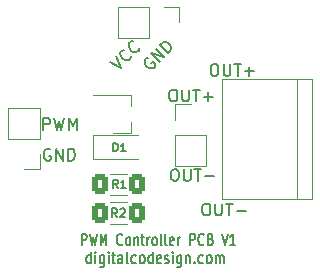
<source format=gto>
G04 #@! TF.GenerationSoftware,KiCad,Pcbnew,(6.0.5)*
G04 #@! TF.CreationDate,2022-07-15T19:10:50+01:00*
G04 #@! TF.ProjectId,PWM-TRANSISTOR-PCB,50574d2d-5452-4414-9e53-4953544f522d,rev?*
G04 #@! TF.SameCoordinates,Original*
G04 #@! TF.FileFunction,Legend,Top*
G04 #@! TF.FilePolarity,Positive*
%FSLAX46Y46*%
G04 Gerber Fmt 4.6, Leading zero omitted, Abs format (unit mm)*
G04 Created by KiCad (PCBNEW (6.0.5)) date 2022-07-15 19:10:50*
%MOMM*%
%LPD*%
G01*
G04 APERTURE LIST*
G04 Aperture macros list*
%AMRoundRect*
0 Rectangle with rounded corners*
0 $1 Rounding radius*
0 $2 $3 $4 $5 $6 $7 $8 $9 X,Y pos of 4 corners*
0 Add a 4 corners polygon primitive as box body*
4,1,4,$2,$3,$4,$5,$6,$7,$8,$9,$2,$3,0*
0 Add four circle primitives for the rounded corners*
1,1,$1+$1,$2,$3*
1,1,$1+$1,$4,$5*
1,1,$1+$1,$6,$7*
1,1,$1+$1,$8,$9*
0 Add four rect primitives between the rounded corners*
20,1,$1+$1,$2,$3,$4,$5,0*
20,1,$1+$1,$4,$5,$6,$7,0*
20,1,$1+$1,$6,$7,$8,$9,0*
20,1,$1+$1,$8,$9,$2,$3,0*%
G04 Aperture macros list end*
%ADD10C,0.200000*%
%ADD11C,0.150000*%
%ADD12C,0.187500*%
%ADD13C,0.120000*%
%ADD14R,1.900000X0.800000*%
%ADD15O,1.700000X1.700000*%
%ADD16R,1.700000X1.700000*%
%ADD17C,3.000000*%
%ADD18R,3.000000X3.000000*%
%ADD19RoundRect,0.250000X-0.400000X-0.625000X0.400000X-0.625000X0.400000X0.625000X-0.400000X0.625000X0*%
%ADD20RoundRect,0.250000X0.400000X0.625000X-0.400000X0.625000X-0.400000X-0.625000X0.400000X-0.625000X0*%
%ADD21C,5.600000*%
%ADD22R,1.100000X1.100000*%
G04 APERTURE END LIST*
D10*
X112154380Y-131008380D02*
X112154380Y-130008380D01*
X112154380Y-130960761D02*
X112078190Y-131008380D01*
X111925809Y-131008380D01*
X111849619Y-130960761D01*
X111811523Y-130913142D01*
X111773428Y-130817904D01*
X111773428Y-130532190D01*
X111811523Y-130436952D01*
X111849619Y-130389333D01*
X111925809Y-130341714D01*
X112078190Y-130341714D01*
X112154380Y-130389333D01*
X112535333Y-131008380D02*
X112535333Y-130341714D01*
X112535333Y-130008380D02*
X112497238Y-130056000D01*
X112535333Y-130103619D01*
X112573428Y-130056000D01*
X112535333Y-130008380D01*
X112535333Y-130103619D01*
X113259142Y-130341714D02*
X113259142Y-131151238D01*
X113221047Y-131246476D01*
X113182952Y-131294095D01*
X113106761Y-131341714D01*
X112992476Y-131341714D01*
X112916285Y-131294095D01*
X113259142Y-130960761D02*
X113182952Y-131008380D01*
X113030571Y-131008380D01*
X112954380Y-130960761D01*
X112916285Y-130913142D01*
X112878190Y-130817904D01*
X112878190Y-130532190D01*
X112916285Y-130436952D01*
X112954380Y-130389333D01*
X113030571Y-130341714D01*
X113182952Y-130341714D01*
X113259142Y-130389333D01*
X113640095Y-131008380D02*
X113640095Y-130341714D01*
X113640095Y-130008380D02*
X113602000Y-130056000D01*
X113640095Y-130103619D01*
X113678190Y-130056000D01*
X113640095Y-130008380D01*
X113640095Y-130103619D01*
X113906761Y-130341714D02*
X114211523Y-130341714D01*
X114021047Y-130008380D02*
X114021047Y-130865523D01*
X114059142Y-130960761D01*
X114135333Y-131008380D01*
X114211523Y-131008380D01*
X114821047Y-131008380D02*
X114821047Y-130484571D01*
X114782952Y-130389333D01*
X114706761Y-130341714D01*
X114554380Y-130341714D01*
X114478190Y-130389333D01*
X114821047Y-130960761D02*
X114744857Y-131008380D01*
X114554380Y-131008380D01*
X114478190Y-130960761D01*
X114440095Y-130865523D01*
X114440095Y-130770285D01*
X114478190Y-130675047D01*
X114554380Y-130627428D01*
X114744857Y-130627428D01*
X114821047Y-130579809D01*
X115316285Y-131008380D02*
X115240095Y-130960761D01*
X115202000Y-130865523D01*
X115202000Y-130008380D01*
X115963904Y-130960761D02*
X115887714Y-131008380D01*
X115735333Y-131008380D01*
X115659142Y-130960761D01*
X115621047Y-130913142D01*
X115582952Y-130817904D01*
X115582952Y-130532190D01*
X115621047Y-130436952D01*
X115659142Y-130389333D01*
X115735333Y-130341714D01*
X115887714Y-130341714D01*
X115963904Y-130389333D01*
X116421047Y-131008380D02*
X116344857Y-130960761D01*
X116306761Y-130913142D01*
X116268666Y-130817904D01*
X116268666Y-130532190D01*
X116306761Y-130436952D01*
X116344857Y-130389333D01*
X116421047Y-130341714D01*
X116535333Y-130341714D01*
X116611523Y-130389333D01*
X116649619Y-130436952D01*
X116687714Y-130532190D01*
X116687714Y-130817904D01*
X116649619Y-130913142D01*
X116611523Y-130960761D01*
X116535333Y-131008380D01*
X116421047Y-131008380D01*
X117373428Y-131008380D02*
X117373428Y-130008380D01*
X117373428Y-130960761D02*
X117297238Y-131008380D01*
X117144857Y-131008380D01*
X117068666Y-130960761D01*
X117030571Y-130913142D01*
X116992476Y-130817904D01*
X116992476Y-130532190D01*
X117030571Y-130436952D01*
X117068666Y-130389333D01*
X117144857Y-130341714D01*
X117297238Y-130341714D01*
X117373428Y-130389333D01*
X118059142Y-130960761D02*
X117982952Y-131008380D01*
X117830571Y-131008380D01*
X117754380Y-130960761D01*
X117716285Y-130865523D01*
X117716285Y-130484571D01*
X117754380Y-130389333D01*
X117830571Y-130341714D01*
X117982952Y-130341714D01*
X118059142Y-130389333D01*
X118097238Y-130484571D01*
X118097238Y-130579809D01*
X117716285Y-130675047D01*
X118401999Y-130960761D02*
X118478190Y-131008380D01*
X118630571Y-131008380D01*
X118706761Y-130960761D01*
X118744857Y-130865523D01*
X118744857Y-130817904D01*
X118706761Y-130722666D01*
X118630571Y-130675047D01*
X118516285Y-130675047D01*
X118440095Y-130627428D01*
X118401999Y-130532190D01*
X118401999Y-130484571D01*
X118440095Y-130389333D01*
X118516285Y-130341714D01*
X118630571Y-130341714D01*
X118706761Y-130389333D01*
X119087714Y-131008380D02*
X119087714Y-130341714D01*
X119087714Y-130008380D02*
X119049619Y-130056000D01*
X119087714Y-130103619D01*
X119125809Y-130056000D01*
X119087714Y-130008380D01*
X119087714Y-130103619D01*
X119811523Y-130341714D02*
X119811523Y-131151238D01*
X119773428Y-131246476D01*
X119735333Y-131294095D01*
X119659142Y-131341714D01*
X119544857Y-131341714D01*
X119468666Y-131294095D01*
X119811523Y-130960761D02*
X119735333Y-131008380D01*
X119582952Y-131008380D01*
X119506761Y-130960761D01*
X119468666Y-130913142D01*
X119430571Y-130817904D01*
X119430571Y-130532190D01*
X119468666Y-130436952D01*
X119506761Y-130389333D01*
X119582952Y-130341714D01*
X119735333Y-130341714D01*
X119811523Y-130389333D01*
X120192476Y-130341714D02*
X120192476Y-131008380D01*
X120192476Y-130436952D02*
X120230571Y-130389333D01*
X120306761Y-130341714D01*
X120421047Y-130341714D01*
X120497238Y-130389333D01*
X120535333Y-130484571D01*
X120535333Y-131008380D01*
X120916285Y-130913142D02*
X120954380Y-130960761D01*
X120916285Y-131008380D01*
X120878190Y-130960761D01*
X120916285Y-130913142D01*
X120916285Y-131008380D01*
X121640095Y-130960761D02*
X121563904Y-131008380D01*
X121411523Y-131008380D01*
X121335333Y-130960761D01*
X121297238Y-130913142D01*
X121259142Y-130817904D01*
X121259142Y-130532190D01*
X121297238Y-130436952D01*
X121335333Y-130389333D01*
X121411523Y-130341714D01*
X121563904Y-130341714D01*
X121640095Y-130389333D01*
X122097238Y-131008380D02*
X122021047Y-130960761D01*
X121982952Y-130913142D01*
X121944857Y-130817904D01*
X121944857Y-130532190D01*
X121982952Y-130436952D01*
X122021047Y-130389333D01*
X122097238Y-130341714D01*
X122211523Y-130341714D01*
X122287714Y-130389333D01*
X122325809Y-130436952D01*
X122363904Y-130532190D01*
X122363904Y-130817904D01*
X122325809Y-130913142D01*
X122287714Y-130960761D01*
X122211523Y-131008380D01*
X122097238Y-131008380D01*
X122706761Y-131008380D02*
X122706761Y-130341714D01*
X122706761Y-130436952D02*
X122744857Y-130389333D01*
X122821047Y-130341714D01*
X122935333Y-130341714D01*
X123011523Y-130389333D01*
X123049619Y-130484571D01*
X123049619Y-131008380D01*
X123049619Y-130484571D02*
X123087714Y-130389333D01*
X123163904Y-130341714D01*
X123278190Y-130341714D01*
X123354380Y-130389333D01*
X123392476Y-130484571D01*
X123392476Y-131008380D01*
D11*
X122523452Y-114133380D02*
X122713928Y-114133380D01*
X122809166Y-114181000D01*
X122904404Y-114276238D01*
X122952023Y-114466714D01*
X122952023Y-114800047D01*
X122904404Y-114990523D01*
X122809166Y-115085761D01*
X122713928Y-115133380D01*
X122523452Y-115133380D01*
X122428214Y-115085761D01*
X122332976Y-114990523D01*
X122285357Y-114800047D01*
X122285357Y-114466714D01*
X122332976Y-114276238D01*
X122428214Y-114181000D01*
X122523452Y-114133380D01*
X123380595Y-114133380D02*
X123380595Y-114942904D01*
X123428214Y-115038142D01*
X123475833Y-115085761D01*
X123571071Y-115133380D01*
X123761547Y-115133380D01*
X123856785Y-115085761D01*
X123904404Y-115038142D01*
X123952023Y-114942904D01*
X123952023Y-114133380D01*
X124285357Y-114133380D02*
X124856785Y-114133380D01*
X124571071Y-115133380D02*
X124571071Y-114133380D01*
X125190119Y-114752428D02*
X125952023Y-114752428D01*
X125571071Y-115133380D02*
X125571071Y-114371476D01*
X121824952Y-125944380D02*
X122015428Y-125944380D01*
X122110666Y-125992000D01*
X122205904Y-126087238D01*
X122253523Y-126277714D01*
X122253523Y-126611047D01*
X122205904Y-126801523D01*
X122110666Y-126896761D01*
X122015428Y-126944380D01*
X121824952Y-126944380D01*
X121729714Y-126896761D01*
X121634476Y-126801523D01*
X121586857Y-126611047D01*
X121586857Y-126277714D01*
X121634476Y-126087238D01*
X121729714Y-125992000D01*
X121824952Y-125944380D01*
X122682095Y-125944380D02*
X122682095Y-126753904D01*
X122729714Y-126849142D01*
X122777333Y-126896761D01*
X122872571Y-126944380D01*
X123063047Y-126944380D01*
X123158285Y-126896761D01*
X123205904Y-126849142D01*
X123253523Y-126753904D01*
X123253523Y-125944380D01*
X123586857Y-125944380D02*
X124158285Y-125944380D01*
X123872571Y-126944380D02*
X123872571Y-125944380D01*
X124491619Y-126563428D02*
X125253523Y-126563428D01*
X108132738Y-119705380D02*
X108132738Y-118705380D01*
X108513690Y-118705380D01*
X108608928Y-118753000D01*
X108656547Y-118800619D01*
X108704166Y-118895857D01*
X108704166Y-119038714D01*
X108656547Y-119133952D01*
X108608928Y-119181571D01*
X108513690Y-119229190D01*
X108132738Y-119229190D01*
X109037500Y-118705380D02*
X109275595Y-119705380D01*
X109466071Y-118991095D01*
X109656547Y-119705380D01*
X109894642Y-118705380D01*
X110275595Y-119705380D02*
X110275595Y-118705380D01*
X110608928Y-119419666D01*
X110942261Y-118705380D01*
X110942261Y-119705380D01*
X108712095Y-121356500D02*
X108616857Y-121308880D01*
X108474000Y-121308880D01*
X108331142Y-121356500D01*
X108235904Y-121451738D01*
X108188285Y-121546976D01*
X108140666Y-121737452D01*
X108140666Y-121880309D01*
X108188285Y-122070785D01*
X108235904Y-122166023D01*
X108331142Y-122261261D01*
X108474000Y-122308880D01*
X108569238Y-122308880D01*
X108712095Y-122261261D01*
X108759714Y-122213642D01*
X108759714Y-121880309D01*
X108569238Y-121880309D01*
X109188285Y-122308880D02*
X109188285Y-121308880D01*
X109759714Y-122308880D01*
X109759714Y-121308880D01*
X110235904Y-122308880D02*
X110235904Y-121308880D01*
X110474000Y-121308880D01*
X110616857Y-121356500D01*
X110712095Y-121451738D01*
X110759714Y-121546976D01*
X110807333Y-121737452D01*
X110807333Y-121880309D01*
X110759714Y-122070785D01*
X110712095Y-122166023D01*
X110616857Y-122261261D01*
X110474000Y-122308880D01*
X110235904Y-122308880D01*
X119157952Y-123023380D02*
X119348428Y-123023380D01*
X119443666Y-123071000D01*
X119538904Y-123166238D01*
X119586523Y-123356714D01*
X119586523Y-123690047D01*
X119538904Y-123880523D01*
X119443666Y-123975761D01*
X119348428Y-124023380D01*
X119157952Y-124023380D01*
X119062714Y-123975761D01*
X118967476Y-123880523D01*
X118919857Y-123690047D01*
X118919857Y-123356714D01*
X118967476Y-123166238D01*
X119062714Y-123071000D01*
X119157952Y-123023380D01*
X120015095Y-123023380D02*
X120015095Y-123832904D01*
X120062714Y-123928142D01*
X120110333Y-123975761D01*
X120205571Y-124023380D01*
X120396047Y-124023380D01*
X120491285Y-123975761D01*
X120538904Y-123928142D01*
X120586523Y-123832904D01*
X120586523Y-123023380D01*
X120919857Y-123023380D02*
X121491285Y-123023380D01*
X121205571Y-124023380D02*
X121205571Y-123023380D01*
X121824619Y-123642428D02*
X122586523Y-123642428D01*
X119030952Y-116292380D02*
X119221428Y-116292380D01*
X119316666Y-116340000D01*
X119411904Y-116435238D01*
X119459523Y-116625714D01*
X119459523Y-116959047D01*
X119411904Y-117149523D01*
X119316666Y-117244761D01*
X119221428Y-117292380D01*
X119030952Y-117292380D01*
X118935714Y-117244761D01*
X118840476Y-117149523D01*
X118792857Y-116959047D01*
X118792857Y-116625714D01*
X118840476Y-116435238D01*
X118935714Y-116340000D01*
X119030952Y-116292380D01*
X119888095Y-116292380D02*
X119888095Y-117101904D01*
X119935714Y-117197142D01*
X119983333Y-117244761D01*
X120078571Y-117292380D01*
X120269047Y-117292380D01*
X120364285Y-117244761D01*
X120411904Y-117197142D01*
X120459523Y-117101904D01*
X120459523Y-116292380D01*
X120792857Y-116292380D02*
X121364285Y-116292380D01*
X121078571Y-117292380D02*
X121078571Y-116292380D01*
X121697619Y-116911428D02*
X122459523Y-116911428D01*
X122078571Y-117292380D02*
X122078571Y-116530476D01*
X116963698Y-113596194D02*
X116862683Y-113629866D01*
X116761668Y-113730881D01*
X116694324Y-113865568D01*
X116694324Y-114000255D01*
X116727996Y-114101270D01*
X116829011Y-114269629D01*
X116930026Y-114370644D01*
X117098385Y-114471660D01*
X117199400Y-114505331D01*
X117334087Y-114505331D01*
X117468774Y-114437988D01*
X117536118Y-114370644D01*
X117603461Y-114235957D01*
X117603461Y-114168614D01*
X117367759Y-113932912D01*
X117233072Y-114067599D01*
X117973851Y-113932912D02*
X117266744Y-113225805D01*
X118377912Y-113528851D01*
X117670805Y-112821744D01*
X118714629Y-113192133D02*
X118007522Y-112485026D01*
X118175881Y-112316668D01*
X118310568Y-112249324D01*
X118445255Y-112249324D01*
X118546270Y-112282996D01*
X118714629Y-112384011D01*
X118815644Y-112485026D01*
X118916660Y-112653385D01*
X118950331Y-112754400D01*
X118950331Y-112889087D01*
X118882988Y-113023774D01*
X118714629Y-113192133D01*
X113795465Y-113966583D02*
X114738274Y-114437988D01*
X114266870Y-113495179D01*
X115546396Y-113495179D02*
X115546396Y-113562522D01*
X115479053Y-113697209D01*
X115411709Y-113764553D01*
X115277022Y-113831896D01*
X115142335Y-113831896D01*
X115041320Y-113798225D01*
X114872961Y-113697209D01*
X114771946Y-113596194D01*
X114670931Y-113427835D01*
X114637259Y-113326820D01*
X114637259Y-113192133D01*
X114704603Y-113057446D01*
X114771946Y-112990103D01*
X114906633Y-112922759D01*
X114973977Y-112922759D01*
X116253503Y-112788072D02*
X116253503Y-112855416D01*
X116186160Y-112990103D01*
X116118816Y-113057446D01*
X115984129Y-113124790D01*
X115849442Y-113124790D01*
X115748427Y-113091118D01*
X115580068Y-112990103D01*
X115479053Y-112889087D01*
X115378038Y-112720729D01*
X115344366Y-112619713D01*
X115344366Y-112485026D01*
X115411709Y-112350339D01*
X115479053Y-112282996D01*
X115613740Y-112215652D01*
X115681083Y-112215652D01*
D12*
X111356000Y-129484380D02*
X111356000Y-128484380D01*
X111641714Y-128484380D01*
X111713142Y-128532000D01*
X111748857Y-128579619D01*
X111784571Y-128674857D01*
X111784571Y-128817714D01*
X111748857Y-128912952D01*
X111713142Y-128960571D01*
X111641714Y-129008190D01*
X111356000Y-129008190D01*
X112034571Y-128484380D02*
X112213142Y-129484380D01*
X112356000Y-128770095D01*
X112498857Y-129484380D01*
X112677428Y-128484380D01*
X112963142Y-129484380D02*
X112963142Y-128484380D01*
X113213142Y-129198666D01*
X113463142Y-128484380D01*
X113463142Y-129484380D01*
X114820285Y-129389142D02*
X114784571Y-129436761D01*
X114677428Y-129484380D01*
X114606000Y-129484380D01*
X114498857Y-129436761D01*
X114427428Y-129341523D01*
X114391714Y-129246285D01*
X114356000Y-129055809D01*
X114356000Y-128912952D01*
X114391714Y-128722476D01*
X114427428Y-128627238D01*
X114498857Y-128532000D01*
X114606000Y-128484380D01*
X114677428Y-128484380D01*
X114784571Y-128532000D01*
X114820285Y-128579619D01*
X115248857Y-129484380D02*
X115177428Y-129436761D01*
X115141714Y-129389142D01*
X115106000Y-129293904D01*
X115106000Y-129008190D01*
X115141714Y-128912952D01*
X115177428Y-128865333D01*
X115248857Y-128817714D01*
X115356000Y-128817714D01*
X115427428Y-128865333D01*
X115463142Y-128912952D01*
X115498857Y-129008190D01*
X115498857Y-129293904D01*
X115463142Y-129389142D01*
X115427428Y-129436761D01*
X115356000Y-129484380D01*
X115248857Y-129484380D01*
X115820285Y-128817714D02*
X115820285Y-129484380D01*
X115820285Y-128912952D02*
X115856000Y-128865333D01*
X115927428Y-128817714D01*
X116034571Y-128817714D01*
X116106000Y-128865333D01*
X116141714Y-128960571D01*
X116141714Y-129484380D01*
X116391714Y-128817714D02*
X116677428Y-128817714D01*
X116498857Y-128484380D02*
X116498857Y-129341523D01*
X116534571Y-129436761D01*
X116606000Y-129484380D01*
X116677428Y-129484380D01*
X116927428Y-129484380D02*
X116927428Y-128817714D01*
X116927428Y-129008190D02*
X116963142Y-128912952D01*
X116998857Y-128865333D01*
X117070285Y-128817714D01*
X117141714Y-128817714D01*
X117498857Y-129484380D02*
X117427428Y-129436761D01*
X117391714Y-129389142D01*
X117356000Y-129293904D01*
X117356000Y-129008190D01*
X117391714Y-128912952D01*
X117427428Y-128865333D01*
X117498857Y-128817714D01*
X117606000Y-128817714D01*
X117677428Y-128865333D01*
X117713142Y-128912952D01*
X117748857Y-129008190D01*
X117748857Y-129293904D01*
X117713142Y-129389142D01*
X117677428Y-129436761D01*
X117606000Y-129484380D01*
X117498857Y-129484380D01*
X118177428Y-129484380D02*
X118106000Y-129436761D01*
X118070285Y-129341523D01*
X118070285Y-128484380D01*
X118570285Y-129484380D02*
X118498857Y-129436761D01*
X118463142Y-129341523D01*
X118463142Y-128484380D01*
X119141714Y-129436761D02*
X119070285Y-129484380D01*
X118927428Y-129484380D01*
X118856000Y-129436761D01*
X118820285Y-129341523D01*
X118820285Y-128960571D01*
X118856000Y-128865333D01*
X118927428Y-128817714D01*
X119070285Y-128817714D01*
X119141714Y-128865333D01*
X119177428Y-128960571D01*
X119177428Y-129055809D01*
X118820285Y-129151047D01*
X119498857Y-129484380D02*
X119498857Y-128817714D01*
X119498857Y-129008190D02*
X119534571Y-128912952D01*
X119570285Y-128865333D01*
X119641714Y-128817714D01*
X119713142Y-128817714D01*
X120534571Y-129484380D02*
X120534571Y-128484380D01*
X120820285Y-128484380D01*
X120891714Y-128532000D01*
X120927428Y-128579619D01*
X120963142Y-128674857D01*
X120963142Y-128817714D01*
X120927428Y-128912952D01*
X120891714Y-128960571D01*
X120820285Y-129008190D01*
X120534571Y-129008190D01*
X121713142Y-129389142D02*
X121677428Y-129436761D01*
X121570285Y-129484380D01*
X121498857Y-129484380D01*
X121391714Y-129436761D01*
X121320285Y-129341523D01*
X121284571Y-129246285D01*
X121248857Y-129055809D01*
X121248857Y-128912952D01*
X121284571Y-128722476D01*
X121320285Y-128627238D01*
X121391714Y-128532000D01*
X121498857Y-128484380D01*
X121570285Y-128484380D01*
X121677428Y-128532000D01*
X121713142Y-128579619D01*
X122284571Y-128960571D02*
X122391714Y-129008190D01*
X122427428Y-129055809D01*
X122463142Y-129151047D01*
X122463142Y-129293904D01*
X122427428Y-129389142D01*
X122391714Y-129436761D01*
X122320285Y-129484380D01*
X122034571Y-129484380D01*
X122034571Y-128484380D01*
X122284571Y-128484380D01*
X122356000Y-128532000D01*
X122391714Y-128579619D01*
X122427428Y-128674857D01*
X122427428Y-128770095D01*
X122391714Y-128865333D01*
X122356000Y-128912952D01*
X122284571Y-128960571D01*
X122034571Y-128960571D01*
X123248857Y-128484380D02*
X123498857Y-129484380D01*
X123748857Y-128484380D01*
X124391714Y-129484380D02*
X123963142Y-129484380D01*
X124177428Y-129484380D02*
X124177428Y-128484380D01*
X124106000Y-128627238D01*
X124034571Y-128722476D01*
X123963142Y-128770095D01*
D11*
G04 #@! TO.C,R2*
X114373833Y-127062666D02*
X114140500Y-126729333D01*
X113973833Y-127062666D02*
X113973833Y-126362666D01*
X114240500Y-126362666D01*
X114307166Y-126396000D01*
X114340500Y-126429333D01*
X114373833Y-126496000D01*
X114373833Y-126596000D01*
X114340500Y-126662666D01*
X114307166Y-126696000D01*
X114240500Y-126729333D01*
X113973833Y-126729333D01*
X114640500Y-126429333D02*
X114673833Y-126396000D01*
X114740500Y-126362666D01*
X114907166Y-126362666D01*
X114973833Y-126396000D01*
X115007166Y-126429333D01*
X115040500Y-126496000D01*
X115040500Y-126562666D01*
X115007166Y-126662666D01*
X114607166Y-127062666D01*
X115040500Y-127062666D01*
G04 #@! TO.C,R1*
X114437333Y-124649666D02*
X114204000Y-124316333D01*
X114037333Y-124649666D02*
X114037333Y-123949666D01*
X114304000Y-123949666D01*
X114370666Y-123983000D01*
X114404000Y-124016333D01*
X114437333Y-124083000D01*
X114437333Y-124183000D01*
X114404000Y-124249666D01*
X114370666Y-124283000D01*
X114304000Y-124316333D01*
X114037333Y-124316333D01*
X115104000Y-124649666D02*
X114704000Y-124649666D01*
X114904000Y-124649666D02*
X114904000Y-123949666D01*
X114837333Y-124049666D01*
X114770666Y-124116333D01*
X114704000Y-124149666D01*
G04 #@! TO.C,D1*
X114037333Y-121538166D02*
X114037333Y-120838166D01*
X114204000Y-120838166D01*
X114304000Y-120871500D01*
X114370666Y-120938166D01*
X114404000Y-121004833D01*
X114437333Y-121138166D01*
X114437333Y-121238166D01*
X114404000Y-121371500D01*
X114370666Y-121438166D01*
X114304000Y-121504833D01*
X114204000Y-121538166D01*
X114037333Y-121538166D01*
X115104000Y-121538166D02*
X114704000Y-121538166D01*
X114904000Y-121538166D02*
X114904000Y-120838166D01*
X114837333Y-120938166D01*
X114770666Y-121004833D01*
X114704000Y-121038166D01*
D13*
G04 #@! TO.C,Q1*
X115504500Y-119944000D02*
X115504500Y-119014000D01*
X115504500Y-116784000D02*
X115504500Y-117714000D01*
X115504500Y-116784000D02*
X112344500Y-116784000D01*
X115504500Y-119944000D02*
X114044500Y-119944000D01*
G04 #@! TO.C,J4*
X114430500Y-109287000D02*
X114430500Y-111947000D01*
X117030500Y-109287000D02*
X114430500Y-109287000D01*
X117030500Y-111947000D02*
X114430500Y-111947000D01*
X117030500Y-109287000D02*
X117030500Y-111947000D01*
X118300500Y-109287000D02*
X119630500Y-109287000D01*
X119630500Y-109287000D02*
X119630500Y-110617000D01*
G04 #@! TO.C,J3*
X107819500Y-117859500D02*
X105159500Y-117859500D01*
X107819500Y-120459500D02*
X107819500Y-117859500D01*
X105159500Y-120459500D02*
X105159500Y-117859500D01*
X107819500Y-120459500D02*
X105159500Y-120459500D01*
X107819500Y-121729500D02*
X107819500Y-123059500D01*
X107819500Y-123059500D02*
X106489500Y-123059500D01*
G04 #@! TO.C,J2*
X129603500Y-115379500D02*
X129603500Y-125539500D01*
X130873500Y-115379500D02*
X123253500Y-115379500D01*
X123253500Y-115379500D02*
X123253500Y-125539500D01*
X123253500Y-125539500D02*
X130873500Y-125539500D01*
X130873500Y-125539500D02*
X130873500Y-115379500D01*
G04 #@! TO.C,R2*
X113763436Y-125836000D02*
X115217564Y-125836000D01*
X113763436Y-127656000D02*
X115217564Y-127656000D01*
G04 #@! TO.C,R1*
X115217564Y-125243000D02*
X113763436Y-125243000D01*
X115217564Y-123423000D02*
X113763436Y-123423000D01*
G04 #@! TO.C,J1*
X119256500Y-122742000D02*
X121916500Y-122742000D01*
X119256500Y-120142000D02*
X119256500Y-122742000D01*
X121916500Y-120142000D02*
X121916500Y-122742000D01*
X119256500Y-120142000D02*
X121916500Y-120142000D01*
X119256500Y-118872000D02*
X119256500Y-117542000D01*
X119256500Y-117542000D02*
X120586500Y-117542000D01*
G04 #@! TO.C,D1*
X112290500Y-120158000D02*
X112290500Y-122158000D01*
X112290500Y-122158000D02*
X116140500Y-122158000D01*
X112290500Y-120158000D02*
X116140500Y-120158000D01*
G04 #@! TD*
%LPC*%
D14*
G04 #@! TO.C,Q1*
X116244500Y-118364000D03*
X113244500Y-119314000D03*
X113244500Y-117414000D03*
G04 #@! TD*
D15*
G04 #@! TO.C,J4*
X115760500Y-110617000D03*
D16*
X118300500Y-110617000D03*
G04 #@! TD*
D15*
G04 #@! TO.C,J3*
X106489500Y-119189500D03*
D16*
X106489500Y-121729500D03*
G04 #@! TD*
D17*
G04 #@! TO.C,J2*
X127063500Y-117919500D03*
D18*
X127063500Y-122999500D03*
G04 #@! TD*
D19*
G04 #@! TO.C,R2*
X116040500Y-126746000D03*
X112940500Y-126746000D03*
G04 #@! TD*
D20*
G04 #@! TO.C,R1*
X112940500Y-124333000D03*
X116040500Y-124333000D03*
G04 #@! TD*
D15*
G04 #@! TO.C,J1*
X120586500Y-121412000D03*
D16*
X120586500Y-118872000D03*
G04 #@! TD*
D21*
G04 #@! TO.C,H4*
X107759500Y-128905000D03*
G04 #@! TD*
G04 #@! TO.C,H3*
X127698500Y-129159000D03*
G04 #@! TD*
G04 #@! TO.C,H2*
X107886500Y-111760000D03*
G04 #@! TD*
G04 #@! TO.C,H1*
X127698500Y-111760000D03*
G04 #@! TD*
D22*
G04 #@! TO.C,D1*
X115890500Y-121158000D03*
X113090500Y-121158000D03*
G04 #@! TD*
M02*

</source>
